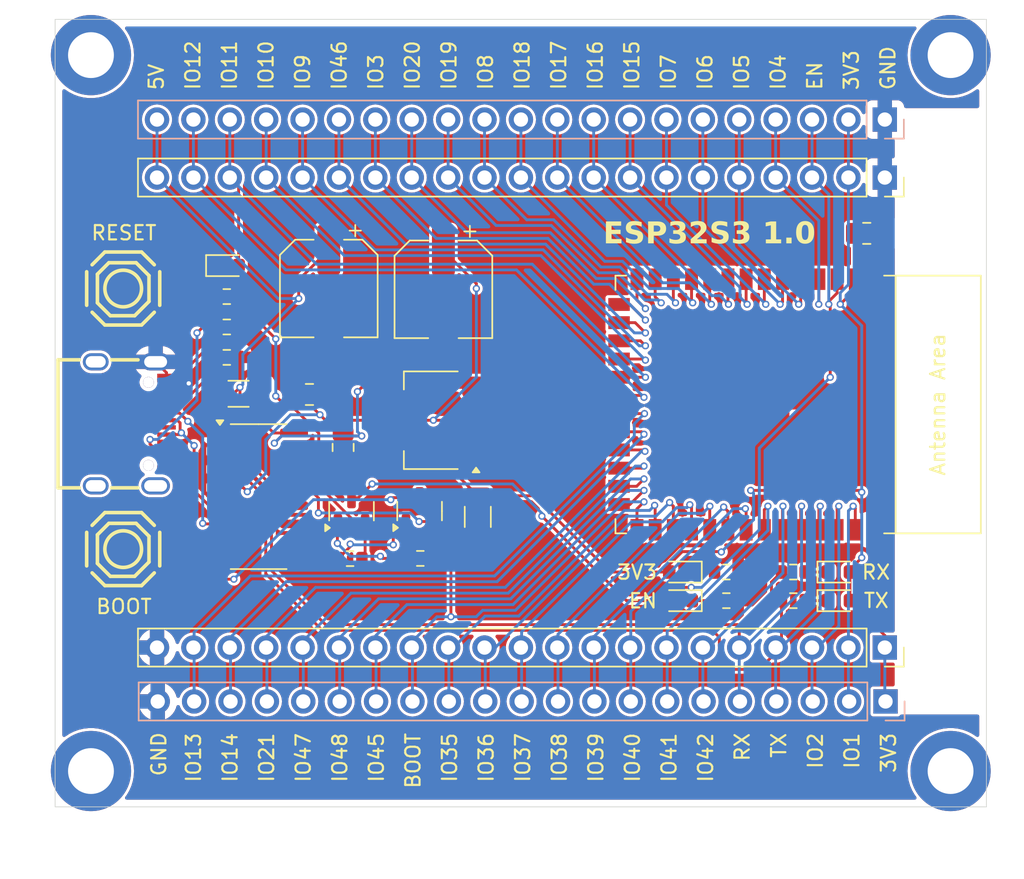
<source format=kicad_pcb>
(kicad_pcb (version 20240108) (generator "pcbnew") (generator_version "8.0")
  (layers (0 "F.Cu" signal) (31 "B.Cu" signal) (34 "B.Paste" user) (35 "F.Paste" user) (36 "B.SilkS" user "B.Silkscreen") (37 "F.SilkS" user "F.Silkscreen") (38 "B.Mask" user) (39 "F.Mask" user) (44 "Edge.Cuts" user))
  (net 0 "")
  (net 1 "3V3")
  (net 2 "GND")
  (net 5 "USB_D-")
  (net 6 "USB_D+")
  (net 7 "USB_5V")
  (net 8 "IO6")
  (net 9 "IO5")
  (net 10 "IO4")
  (net 11 "IO7")
  (net 12 "EN")
  (net 13 "IO16")
  (net 14 "IO15")
  (net 15 "IO46")
  (net 16 "IO13")
  (net 17 "IO17")
  (net 18 "IO12")
  (net 19 "IO3")
  (net 20 "IO19")
  (net 21 "IO9")
  (net 22 "IO18")
  (net 23 "IO10")
  (net 24 "IO11")
  (net 25 "IO20")
  (net 26 "IO14")
  (net 27 "IO8")
  (net 28 "IO45")
  (net 29 "IO21")
  (net 30 "IO48")
  (net 31 "IO47")
  (net 32 "IO38")
  (net 33 "IO37")
  (net 34 "IO39")
  (net 35 "IO42")
  (net 36 "BOOT")
  (net 37 "IO40")
  (net 38 "IO41")
  (net 39 "IO36")
  (net 40 "IO35")
  (net 41 "TXD")
  (net 42 "IO2")
  (net 43 "RXD")
  (net 44 "IO1")
  (net 56 "RTS")
  (net 57 "Net-(Q1-B)")
  (net 58 "Net-(Q2-B)")
  (net 59 "DTR")
  (net 60 "Net-(D1-K)")
  (net 61 "Net-(D2-K)")
  (net 62 "Net-(D3-K)")
  (net 63 "Net-(D4-K)")
  (net 64 "Net-(D5-K)")
  (net 65 "CC1")
  (net 66 "CC2")
  (footprint "Resistor_SMD:R_0603_1608Metric" (layer "F.Cu") (at 144.98 96.486 180)
    (property "Reference" "R9" (hide yes))
    (property "Value" "5.1k")
  )
  (footprint "Package_TO_SOT_SMD:SOT-223-3_TabPin2" (layer "F.Cu") (at 159.25 103 180)
    (property "Reference" "U3" (hide yes))
    (property "Value" "AMS1117-3.3")
  )
  (footprint "LED_SMD:LED_0603_1608Metric" (layer "F.Cu") (at 187.69 113.6)
    (property "Reference" "D1" (hide yes))
    (property "Value" "RED")
  )
  (footprint "Capacitor_SMD:C_1206_3216Metric" (layer "F.Cu") (at 162.5 109.75 -90)
    (property "Reference" "C4" (hide yes))
    (property "Value" "10u")
  )
  (footprint "PCM_Espressif:ESP32-S3-WROOM-1" (layer "F.Cu") (at 181.86 101.9 -90)
    (property "Reference" "U1" (hide yes))
    (property "Value" "ESP32-S3-WROOM-1")
  )
  (footprint "MountingHole:MountingHole_3.2mm_M3_DIN965_Pad_TopBottom" (layer "F.Cu") (at 195.5 127.5)
    (property "Reference" "H1" (hide yes))
    (property "Value" "MountingHole")
  )
  (footprint "easyeda2kicad:USB-C_SMD-TYPE-C-31-M-12" (layer "F.Cu") (at 138.3025 103.25 -90)
    (property "Reference" "USBC1" (hide yes))
    (property "Value" "TYPE-C-31-M-12")
  )
  (footprint "Capacitor_SMD:C_0805_2012Metric" (layer "F.Cu") (at 150.75 101.2)
    (property "Reference" "C1" (hide yes))
    (property "Value" "0.1u 50V")
  )
  (footprint "Resistor_SMD:R_0603_1608Metric" (layer "F.Cu") (at 153.585686 112.6625 180)
    (property "Reference" "R2" (hide yes))
    (property "Value" "10k")
  )
  (footprint "Resistor_SMD:R_0603_1608Metric" (layer "F.Cu") (at 144.98 94.363)
    (property "Reference" "R7" (hide yes))
    (property "Value" "200R")
  )
  (footprint "Capacitor_SMD:CP_Elec_6.3x7.7" (layer "F.Cu") (at 160.1 93.855842 -90)
    (property "Reference" "C7" (hide yes))
    (property "Value" "220u 25V")
  )
  (footprint "easyeda2kicad:SW-SMD_4P-L5.1-W5.1-P3.70-LS6.5-TL_H1.5" (layer "F.Cu") (at 137.75 93.8)
    (property "Reference" "SW1" (hide yes))
    (property "Value" "TS-1187A-B-A-B")
  )
  (footprint "Capacitor_SMD:C_0805_2012Metric" (layer "F.Cu") (at 153.1 104.9 -90)
    (property "Reference" "C5" (hide yes))
    (property "Value" "0.1u 50V")
  )
  (footprint "MountingHole:MountingHole_3.2mm_M3_DIN965_Pad_TopBottom" (layer "F.Cu") (at 135.5 127.5)
    (property "Reference" "H2" (hide yes))
    (property "Value" "MountingHole")
  )
  (footprint "Resistor_SMD:R_0603_1608Metric" (layer "F.Cu") (at 184.525 115.6)
    (property "Reference" "R4" (hide yes))
    (property "Value" "200R")
  )
  (footprint "Resistor_SMD:R_0603_1608Metric" (layer "F.Cu") (at 184.525 113.6)
    (property "Reference" "R3" (hide yes))
    (property "Value" "1k")
  )
  (footprint "LED_SMD:LED_0603_1608Metric" (layer "F.Cu") (at 176.65 115.6 180)
    (property "Reference" "D4" (hide yes))
    (property "Value" "RED")
  )
  (footprint "MountingHole:MountingHole_3.2mm_M3_DIN965_Pad_TopBottom" (layer "F.Cu") (at 135.5 77.5)
    (property "Reference" "H3" (hide yes))
    (property "Value" "MountingHole")
  )
  (footprint "Resistor_SMD:R_0603_1608Metric" (layer "F.Cu") (at 158.4875 112.65 180)
    (property "Reference" "R1" (hide yes))
    (property "Value" "10k")
  )
  (footprint "MountingHole:MountingHole_3.2mm_M3_DIN965_Pad_TopBottom" (layer "F.Cu") (at 195.5 77.5)
    (property "Reference" "H4" (hide yes))
    (property "Value" "MountingHole")
  )
  (footprint "Connector_PinSocket_2.54mm:PinSocket_1x21_P2.54mm_Vertical" (layer "F.Cu") (at 190.91 86.05 -90)
    (property "Reference" "J3" (hide yes))
    (property "Value" "Conn_01x21_Pin")
  )
  (footprint "LED_SMD:LED_0603_1608Metric" (layer "F.Cu") (at 176.65 113.6 180)
    (property "Reference" "D3" (hide yes))
    (property "Value" "BLUE")
  )
  (footprint "Capacitor_SMD:CP_Elec_6.3x7.7" (layer "F.Cu") (at 152.1 93.8 -90)
    (property "Reference" "C6" (hide yes))
    (property "Value" "220u 25V")
  )
  (footprint "Resistor_SMD:R_0603_1608Metric" (layer "F.Cu") (at 179.85 115.6 180)
    (property "Reference" "R6" (hide yes))
    (property "Value" "360R")
  )
  (footprint "easyeda2kicad:SW-SMD_4P-L5.1-W5.1-P3.70-LS6.5-TL_H1.5" (layer "F.Cu") (at 137.75 112)
    (property "Reference" "SW2" (hide yes))
    (property "Value" "TS-1187A-B-A-B")
  )
  (footprint "LED_SMD:LED_0603_1608Metric" (layer "F.Cu") (at 187.69 115.6)
    (property "Reference" "D2" (hide yes))
    (property "Value" "BLUE")
  )
  (footprint "Capacitor_SMD:C_0805_2012Metric" (layer "F.Cu") (at 189.65 89.948273)
    (property "Reference" "C2" (hide yes))
    (property "Value" "0.1u 50V")
  )
  (footprint "Package_TO_SOT_SMD:SOT-23" (layer "F.Cu") (at 158.4375 109.342959 90)
    (property "Reference" "Q2" (hide yes))
    (property "Value" "BC817")
  )
  (footprint "Resistor_SMD:R_0603_1608Metric" (layer "F.Cu") (at 144.98 98.609 180)
    (property "Reference" "R8" (hide yes))
    (property "Value" "5.1k")
  )
  (footprint "LED_SMD:LED_0603_1608Metric" (layer "F.Cu") (at 145.02 92.2)
    (property "Reference" "D5" (hide yes))
    (property "Value" "BLUE")
  )
  (footprint "Capacitor_SMD:C_1206_3216Metric" (layer "F.Cu") (at 145.8 101.152)
    (property "Reference" "C3" (hide yes))
    (property "Value" "10u")
  )
  (footprint "Package_SO:SOIC-16_3.9x9.9mm_P1.27mm" (layer "F.Cu") (at 147.2 108.335)
    (property "Reference" "U2" (hide yes))
    (property "Value" "CH340C")
  )
  (footprint "Resistor_SMD:R_0603_1608Metric" (layer "F.Cu") (at 179.85 113.6 180)
    (property "Reference" "R5" (hide yes))
    (property "Value" "200R")
  )
  (footprint "Package_TO_SOT_SMD:SOT-23" (layer "F.Cu") (at 153.685686 109.35 90)
    (property "Reference" "Q1" (hide yes))
    (property "Value" "BC817")
  )
  (footprint "Connector_PinSocket_2.54mm:PinSocket_1x21_P2.54mm_Vertical" (layer "F.Cu") (at 190.91 118.875 -90)
    (property "Reference" "J4" (hide yes))
    (property "Value" "Conn_01x21_Pin")
  )
  (footprint "Connector_PinHeader_2.54mm:PinHeader_1x21_P2.54mm_Vertical" (layer "B.Cu") (at 190.96 122.64 90)
    (property "Reference" "J2" (hide yes))
    (property "Value" "Conn_01x21_Pin")
  )
  (footprint "Connector_PinHeader_2.54mm:PinHeader_1x21_P2.54mm_Vertical" (layer "B.Cu") (at 190.91 82 90)
    (property "Reference" "J1" (hide yes))
    (property "Value" "Conn_01x21_Pin")
  )
  (gr_line (start 198 75) (end 198 130) (stroke (width 0.05)) (layer "Edge.Cuts"))
  (gr_line (start 133 75) (end 133 130) (stroke (width 0.05)) (layer "Edge.Cuts"))
  (gr_line (start 198 75) (end 133 75) (stroke (width 0.05)) (layer "Edge.Cuts"))
  (gr_line (start 133 130) (end 198 130) (stroke (width 0.05)) (layer "Edge.Cuts"))
  (gr_text "IO48" (at 153.458472 124.75 90) (layer "F.SilkS") (effects (font (size 1 1)) (justify right bottom)))
  (gr_text "IO3" (at 155.96884 80.025 90) (layer "F.SilkS") (effects (font (size 1 1)) (justify left bottom)))
  (gr_text "3V3" (at 175.1 114.2 0) (layer "F.SilkS") (effects (font (size 1 1)) (justify right bottom)))
  (gr_text "IO19" (at 161.075576 80.025 90) (layer "F.SilkS") (effects (font (size 1 1)) (justify left bottom)))
  (gr_text "IO9" (at 150.862104 80.025 90) (layer "F.SilkS") (effects (font (size 1 1)) (justify left bottom)))
  (gr_text "IO37" (at 166.225312 124.75 90) (layer "F.SilkS") (effects (font (size 1 1)) (justify right bottom)))
  (gr_text "IO21" (at 148.351736 124.75 90) (layer "F.SilkS") (effects (font (size 1 1)) (justify right bottom)))
  (gr_text "RESET" (at 137.8 90.5 0) (layer "F.SilkS") (effects (font (size 1 1)) (justify bottom)))
  (gr_text "IO46" (at 153.415472 80.025 90) (layer "F.SilkS") (effects (font (size 1 1)) (justify left bottom)))
  (gr_text "3V3" (at 191.759 124.75 90) (layer "F.SilkS") (effects (font (size 1 1)) (justify right bottom)))
  (gr_text "EN" (at 175.1 116.2 0) (layer "F.SilkS") (effects (font (size 1 1)) (justify right bottom)))
  (gr_text "IO20" (at 158.522208 80.025 90) (layer "F.SilkS") (effects (font (size 1 1)) (justify left bottom)))
  (gr_text "IO5" (at 181.50252 80.025 90) (layer "F.SilkS") (effects (font (size 1 1)) (justify left bottom)))
  (gr_text "BOOT" (at 137.8 116.6 0) (layer "F.SilkS") (effects (font (size 1 1)) (justify bottom)))
  (gr_text "TX" (at 184.098888 124.75 90) (layer "F.SilkS") (effects (font (size 1 1)) (justify right bottom)))
  (gr_text "IO2" (at 186.652256 124.75 90) (layer "F.SilkS") (effects (font (size 1 1)) (justify right bottom)))
  (gr_text "IO41" (at 176.438784 124.75 90) (layer "F.SilkS") (effects (font (size 1 1)) (justify right bottom)))
  (gr_text "IO4" (at 184.055888 80.025 90) (layer "F.SilkS") (effects (font (size 1 1)) (justify left bottom)))
  (gr_text "RX" (at 191.37 114.2 0) (layer "F.SilkS") (effects (font (size 1 1)) (justify right bottom)))
  (gr_text "IO16" (at 171.289048 80.025 90) (layer "F.SilkS") (effects (font (size 1 1)) (justify left bottom)))
  (gr_text "EN" (at 186.609256 80.025 90) (layer "F.SilkS") (effects (font (size 1 1)) (justify left bottom)))
  (gr_text "ESP32S3 1.0" (at 171.25 90.9 0) (layer "F.SilkS") (effects (font (size 1.5 1.5) (thickness 0.375) (bold yes)) (justify left bottom)))
  (gr_text "IO11" (at 145.755368 80.025 90) (layer "F.SilkS") (effects (font (size 1 1)) (justify left bottom)))
  (gr_text "GND" (at 140.825 124.7 90) (layer "F.SilkS") (effects (font (size 1 1)) (justify right bottom)))
  (gr_text "IO39" (at 171.332048 124.75 90) (layer "F.SilkS") (effects (font (size 1 1)) (justify right bottom)))
  (gr_text "IO12" (at 143.202 80.025 90) (layer "F.SilkS") (effects (font (size 1 1)) (justify left bottom)))
  (gr_text "GND" (at 191.716 80.025 90) (layer "F.SilkS") (effects (font (size 1 1)) (justify left bottom)))
  (gr_text "IO40" (at 173.885416 124.75 90) (layer "F.SilkS") (effects (font (size 1 1)) (justify right bottom)))
  (gr_text "IO13" (at 143.245 124.75 90) (layer "F.SilkS") (effects (font (size 1 1)) (justify right bottom)))
  (gr_text "IO45" (at 156.01184 124.75 90) (layer "F.SilkS") (effects (font (size 1 1)) (justify right bottom)))
  (gr_text "IO14" (at 145.798368 124.75 90) (layer "F.SilkS") (effects (font (size 1 1)) (justify right bottom)))
  (gr_text "IO36" (at 163.671944 124.75 90) (layer "F.SilkS") (effects (font (size 1 1)) (justify right bottom)))
  (gr_text "BOOT" (at 158.565208 124.75 90) (layer "F.SilkS") (effects (font (size 1 1)) (justify right bottom)))
  (gr_text "IO35" (at 161.118576 124.75 90) (layer "F.SilkS") (effects (font (size 1 1)) (justify right bottom)))
  (gr_text "RX" (at 181.54552 124.75 90) (layer "F.SilkS") (effects (font (size 1 1)) (justify right bottom)))
  (gr_text "IO8" (at 163.628944 80.025 90) (layer "F.SilkS") (effects (font (size 1 1)) (justify left bottom)))
  (gr_text "IO47" (at 150.905104 124.75 90) (layer "F.SilkS") (effects (font (size 1 1)) (justify right bottom)))
  (gr_text "IO18" (at 166.182312 80.025 90) (layer "F.SilkS") (effects (font (size 1 1)) (justify left bottom)))
  (gr_text "IO17" (at 168.73568 80.025 90) (layer "F.SilkS") (effects (font (size 1 1)) (justify left bottom)))
  (gr_text "IO7" (at 176.395784 80.025 90) (layer "F.SilkS") (effects (font (size 1 1)) (justify left bottom)))
  (gr_text "5V" (at 140.65 80.025 90) (layer "F.SilkS") (effects (font (size 1 1)) (justify left bottom)))
  (gr_text "3V3" (at 189.162624 80.025 90) (layer "F.SilkS") (effects (font (size 1 1)) (justify left bottom)))
  (gr_text "IO38" (at 168.77868 124.75 90) (layer "F.SilkS") (effects (font (size 1 1)) (justify right bottom)))
  (gr_text "IO6" (at 178.949152 80.025 90) (layer "F.SilkS") (effects (font (size 1 1)) (justify left bottom)))
  (gr_text "IO42" (at 178.992152 124.75 90) (layer "F.SilkS") (effects (font (size 1 1)) (justify right bottom)))
  (gr_text "TX" (at 191.27 116.18 0) (layer "F.SilkS") (effects (font (size 1 1)) (justify right bottom)))
  (gr_text "IO1" (at 189.205624 124.75 90) (layer "F.SilkS") (effects (font (size 1 1)) (justify right bottom)))
  (gr_text "IO10" (at 148.308736 80.025 90) (layer "F.SilkS") (effects (font (size 1 1)) (justify left bottom)))
  (gr_text "IO15" (at 173.842416 80.025 90) (layer "F.SilkS") (effects (font (size 1 1)) (justify left bottom)))
  (segment (start 151.482843 102.617157) (end 151.865685 103) (width 0.2) (layer "F.Cu") (net 1))
  (segment (start 161.1 104.3) (end 161.1 106.875) (width 0.2) (layer "F.Cu") (net 1))
  (segment (start 188.4775 115.6) (end 188.4775 113.6) (width 0.2) (layer "F.Cu") (net 1))
  (segment (start 188.4775 113.4225) (end 189.3 112.6) (width 0.2) (layer "F.Cu") (net 1))
  (segment (start 188.85 90.098273) (end 188.7 89.948273) (width 0.2) (layer "F.Cu") (net 1))
  (segment (start 188.85 93.85) (end 187.8 94.9) (width 0.2) (layer "F.Cu") (net 1))
  (segment (start 171.725 113.6) (end 175.8625 113.6) (width 0.2) (layer "F.Cu") (net 1))
  (segment (start 162.4 103) (end 156.1 103) (width 0.2) (layer "F.Cu") (net 1))
  (segment (start 161.1 106.875) (end 162.5 108.275) (width 0.2) (layer "F.Cu") (net 1))
  (segment (start 160.1 91.155842) (end 162.4 93.455842) (width 0.2) (layer "F.Cu") (net 1))
  (segment (start 179.475 112.175) (end 179.5 112.2) (width 0.2) (layer "F.Cu") (net 1))
  (segment (start 189.175 107.9) (end 181.55 107.9) (width 0.2) (layer "F.Cu") (net 1))
  (segment (start 166.4 108.275) (end 171.725 113.6) (width 0.2) (layer "F.Cu") (net 1))
  (segment (start 162.4 103) (end 161.1 104.3) (width 0.2) (layer "F.Cu") (net 1))
  (segment (start 176.775 112.175) (end 179.475 112.175) (width 0.2) (layer "F.Cu") (net 1))
  (segment (start 190.91 118.0325) (end 188.4775 115.6) (width 0.2) (layer "F.Cu") (net 1))
  (segment (start 149.8 101.2) (end 150.065685 101.2) (width 0.2) (layer "F.Cu") (net 1))
  (segment (start 188.4775 113.6) (end 188.4775 113.4225) (width 0.2) (layer "F.Cu") (net 1))
  (segment (start 151.865685 103) (end 156.1 103) (width 0.2) (layer "F.Cu") (net 1))
  (segment (start 150.065685 101.2) (end 151.482843 102.617157) (width 0.2) (layer "F.Cu") (net 1))
  (segment (start 190.91 119.25) (end 190.91 118.0325) (width 0.2) (layer "F.Cu") (net 1))
  (segment (start 144.725 107.7) (end 146.12147 107.7) (width 0.2) (layer "F.Cu") (net 1))
  (segment (start 175.8625 113.0875) (end 176.775 112.175) (width 0.2) (layer "F.Cu") (net 1))
  (segment (start 162.4 93.455842) (end 162.4 93.8) (width 0.2) (layer "F.Cu") (net 1))
  (segment (start 162.5 108.275) (end 166.4 108.275) (width 0.2) (layer "F.Cu") (net 1))
  (segment (start 146.12147 107.7) (end 146.412613 107.991143) (width 0.2) (layer "F.Cu") (net 1))
  (segment (start 188.85 93.15) (end 188.85 90.098273) (width 0.2) (layer "F.Cu") (net 1))
  (segment (start 175.8625 113.6) (end 175.8625 113.0875) (width 0.2) (layer "F.Cu") (net 1))
  (segment (start 188.85 93.15) (end 188.85 93.85) (width 0.2) (layer "F.Cu") (net 1))
  (segment (start 189.3 108.025) (end 189.175 107.9) (width 0.2) (layer "F.Cu") (net 1))
  (via (at 187.8 94.9) (size 0.5) (drill 0.3) (layers "F.Cu" "B.Cu") (net 1))
  (via (at 162.4 93.8) (size 0.5) (drill 0.3) (layers "F.Cu" "B.Cu") (net 1))
  (via (at 181.55 107.9) (size 0.5) (drill 0.3) (layers "F.Cu" "B.Cu") (net 1))
  (via (at 146.412613 107.991143) (size 0.5) (drill 0.3) (layers "F.Cu" "B.Cu") (net 1))
  (via (at 159.4 103) (size 0.5) (drill 0.3) (layers "F.Cu" "B.Cu") (net 1))
  (via (at 179.5 112.2) (size 0.5) (drill 0.3) (layers "F.Cu" "B.Cu") (net 1))
  (via (at 151.482843 102.617157) (size 0.5) (drill 0.3) (layers "F.Cu" "B.Cu") (net 1))
  (via (at 189.3 112.6) (size 0.5) (drill 0.3) (layers "F.Cu" "B.Cu") (net 1))
  (via (at 189.3 108.025) (size 0.5) (drill 0.3) (layers "F.Cu" "B.Cu") (net 1))
  (segment (start 181.75 108.1) (end 181.55 107.9) (width 0.2) (layer "B.Cu") (net 1))
  (segment (start 181.75 109.95) (end 181.75 108.1) (width 0.2) (layer "B.Cu") (net 1))
  (segment (start 147.7 104.351471) (end 147.7 106.703756) (width 0.2) (layer "B.Cu") (net 1))
  (segment (start 187.8 94.9) (end 187.8 94.1) (width 0.2) (layer "B.Cu") (net 1))
  (segment (start 189.3 96.4) (end 187.8 94.9) (width 0.2) (layer "B.Cu") (net 1))
  (segment (start 179.5 112.2) (end 181.75 109.95) (width 0.2) (layer "B.Cu") (net 1))
  (segment (start 190.91 119.25) (end 190.91 123.2) (width 0.2) (layer "B.Cu") (net 1))
  (segment (start 151.482843 102.617157) (end 149.434314 102.617157) (width 0.2) (layer "B.Cu") (net 1))
  (segment (start 149.434314 102.617157) (end 147.7 104.351471) (width 0.2) (layer "B.Cu") (net 1))
  (segment (start 188.37 86.05) (end 188.37 82.05) (width 0.2) (layer "B.Cu") (net 1))
  (segment (start 187.8 94.1) (end 188.37 93.53) (width 0.2) (layer "B.Cu") (net 1))
  (segment (start 147.7 106.703756) (end 146.412613 107.991143) (width 0.2) (layer "B.Cu") (net 1))
  (segment (start 189.3 112.6) (end 189.3 96.4) (width 0.2) (layer "B.Cu") (net 1))
  (segment (start 190.91 123.2) (end 190.96 123.25) (width 0.2) (layer "B.Cu") (net 1))
  (segment (start 162.4 100) (end 159.4 103) (width 0.2) (layer "B.Cu") (net 1))
  (segment (start 162.4 93.8) (end 162.4 100) (width 0.2) (layer "B.Cu") (net 1))
  (segment (start 188.37 93.53) (end 188.37 86.05) (width 0.2) (layer "B.Cu") (net 1))
  (segment (start 140.7725 99.9) (end 140.7725 99.68) (width 0.2) (layer "F.Cu") (net 2))
  (segment (start 140.7725 99.68) (end 140.0125 98.92) (width 0.2) (layer "F.Cu") (net 2))
  (via (at 142.325 100.425) (size 0.5) (drill 0.3) (layers "F.Cu" "B.Cu") (net 2))
  (segment (start 139.8725 103.5) (end 139.8225 103.45) (width 0.2) (layer "F.Cu") (net 5))
  (segment (start 141.686768 102.5) (end 140.7725 102.5) (width 0.2) (layer "F.Cu") (net 5))
  (segment (start 139.8225 102.5775) (end 139.9 102.5) (width 0.2) (layer "F.Cu") (net 5))
  (segment (start 139.8225 103.45) (end 139.8225 102.5775) (width 0.2) (layer "F.Cu") (net 5))
  (segment (start 142.260449 103.073681) (end 141.686768 102.5) (width 0.2) (layer "F.Cu") (net 5))
  (segment (start 140.7725 103.5) (end 139.8725 103.5) (width 0.2) (layer "F.Cu") (net 5))
  (segment (start 144.725 110.24) (end 143.34 110.24) (width 0.2) (layer "F.Cu") (net 5))
  (segment (start 139.9 102.5) (end 140.7725 102.5) (width 0.2) (layer "F.Cu") (net 5))
  (segment (start 143.34 110.24) (end 143.3 110.2) (width 0.2) (layer "F.Cu") (net 5))
  (via (at 142.260449 103.073681) (size 0.5) (drill 0.3) (layers "F.Cu" "B.Cu") (net 5))
  (via (at 143.3 110.2) (size 0.5) (drill 0.3) (layers "F.Cu" "B.Cu") (net 5))
  (segment (start 143.3 104.113232) (end 143.3 110.2) (width 0.2) (layer "B.Cu") (net 5))
  (segment (start 142.260449 103.073681) (end 143.3 104.113232) (width 0.2) (layer "B.Cu") (net 5))
  (segment (start 141.534314 103) (end 141.7225 103.188186) (width 0.2) (layer "F.Cu") (net 6))
  (segment (start 144.725 108.97) (end 143.750001 108.97) (width 0.2) (layer "F.Cu") (net 6))
  (segment (start 141.7225 103.791856) (end 141.80979 103.879146) (width 0.2) (layer "F.Cu") (net 6))
  (segment (start 143.750001 108.97) (end 142.7 107.919999) (width 0.2) (layer "F.Cu") (net 6))
  (segment (start 141.80979 103.879146) (end 141.688936 104) (width 0.2) (layer "F.Cu") (net 6))
  (segment (start 141.7225 103.188186) (end 141.7225 103.791856) (width 0.2) (layer "F.Cu") (net 6))
  (segment (start 141.688936 104) (end 140.7725 104) (width 0.2) (layer "F.Cu") (net 6))
  (segment (start 140.7725 103) (end 141.534314 103) (width 0.2) (layer "F.Cu") (net 6))
  (segment (start 142.7 107.919999) (end 142.7 104.769356) (width 0.2) (layer "F.Cu") (net 6))
  (via (at 142.7 104.769356) (size 0.5) (drill 0.3) (layers "F.Cu" "B.Cu") (net 6))
  (via (at 141.80979 103.879146) (size 0.5) (drill 0.3) (layers "F.Cu" "B.Cu") (net 6))
  (segment (start 141.80979 103.879146) (end 142.7 104.769356) (width 0.2) (layer "B.Cu") (net 6))
  (segment (start 154.4 100.7) (end 154.1 101) (width 0.2) (layer "F.Cu") (net 7))
  (segment (start 141.25 101) (end 140.7725 101) (width 0.2) (layer "F.Cu") (net 7))
  (segment (start 162.4 100.7) (end 154.4 100.7) (width 0.2) (layer "F.Cu") (net 7))
  (segment (start 148.253256 103.89) (end 145.9 101.536744) (width 0.2) (layer "F.Cu") (net 7))
  (segment (start 149.01 103.89) (end 149.675 103.89) (width 0.2) (layer "F.Cu") (net 7))
  (segment (start 139.021481 101.851019) (end 139.8725 101) (width 0.2) (layer "F.Cu") (net 7))
  (segment (start 143.75 97.825) (end 141.7225 99.8525) (width 0.2) (layer "F.Cu") (net 7))
  (segment (start 141.7225 100.5275) (end 141.25 101) (width 0.2) (layer "F.Cu") (net 7))
  (segment (start 153.25 104.1) (end 153.1 103.95) (width 0.2) (layer "F.Cu") (net 7))
  (segment (start 144.558648 97.825) (end 143.75 97.825) (width 0.2) (layer "F.Cu") (net 7))
  (segment (start 144.975 100.502) (end 144.975 98.241352) (width 0.2) (layer "F.Cu") (net 7))
  (segment (start 149.675 103.89) (end 148.253256 103.89) (width 0.2) (layer "F.Cu") (net 7))
  (segment (start 148.3 104.6) (end 149.01 103.89) (width 0.2) (layer "F.Cu") (net 7))
  (segment (start 145.9 101.536744) (end 145.9 100.7) (width 0.2) (layer "F.Cu") (net 7))
  (segment (start 144.975 98.241352) (end 144.558648 97.825) (width 0.2) (layer "F.Cu") (net 7))
  (segment (start 140.7725 105.5) (end 139.887805 105.5) (width 0.2) (layer "F.Cu") (net 7))
  (segment (start 141.7225 99.8525) (end 141.7225 100.5275) (width 0.2) (layer "F.Cu") (net 7))
  (segment (start 139.8725 101) (end 140.7725 101) (width 0.2) (layer "F.Cu") (net 7))
  (segment (start 150 94.5) (end 150 93.2) (width 0.2) (layer "F.Cu") (net 7))
  (segment (start 139.887805 105.5) (end 139.021481 104.633676) (width 0.2) (layer "F.Cu") (net 7))
  (segment (start 139.021481 104.633676) (end 139.021481 101.851019) (width 0.2) (layer "F.Cu") (net 7))
  (segment (start 154.4 104.1) (end 153.25 104.1) (width 0.2) (layer "F.Cu") (net 7))
  (segment (start 144.325 101.152) (end 145.448 101.152) (width 0.2) (layer "F.Cu") (net 7))
  (segment (start 145.448 101.152) (end 145.9 100.7) (width 0.2) (layer "F.Cu") (net 7))
  (segment (start 144.325 101.152) (end 144.975 100.502) (width 0.2) (layer "F.Cu") (net 7))
  (segment (start 150 93.2) (end 152.1 91.1) (width 0.2) (layer "F.Cu") (net 7))
  (via (at 148.3 104.6) (size 0.5) (drill 0.3) (layers "F.Cu" "B.Cu") (net 7))
  (via (at 154.4 104.1) (size 0.5) (drill 0.3) (layers "F.Cu" "B.Cu") (net 7))
  (via (at 145.9 100.7) (size 0.5) (drill 0.3) (layers "F.Cu" "B.Cu") (net 7))
  (via (at 154.1 101) (size 0.5) (drill 0.3) (layers "F.Cu" "B.Cu") (net 7))
  (via (at 150 94.5) (size 0.5) (drill 0.3) (layers "F.Cu" "B.Cu") (net 7))
  (segment (start 154.1 103.8) (end 154.4 104.1) (width 0.2) (layer "B.Cu") (net 7))
  (segment (start 140.11 86.05) (end 140.11 82.05) (width 0.2) (layer "B.Cu") (net 7))
  (segment (start 148.56 94.5) (end 150 94.5) (width 0.2) (layer "B.Cu") (net 7))
  (segment (start 154.4 104.1) (end 148.8 104.1) (width 0.2) (layer "B.Cu") (net 7))
  (segment (start 146.1 98.4) (end 150 94.5) (width 0.2) (layer "B.Cu") (net 7))
  (segment (start 154.1 101) (end 154.1 103.8) (width 0.2) (layer "B.Cu") (net 7))
  (segment (start 140.11 86.05) (end 148.56 94.5) (width 0.2) (layer "B.Cu") (net 7))
  (segment (start 148.8 104.1) (end 148.3 104.6) (width 0.2) (layer "B.Cu") (net 7))
  (segment (start 145.9 100.7) (end 146.1 100.5) (width 0.2) (layer "B.Cu") (net 7))
  (segment (start 146.1 100.5) (end 146.1 98.4) (width 0.2) (layer "B.Cu") (net 7))
  (segment (start 183.77 93.15) (end 183.77 94.73) (width 0.2) (layer "F.Cu") (net 8))
  (segment (start 183.77 94.73) (end 183.6 94.9) (width 0.2) (layer "F.Cu") (net 8))
  (via (at 183.6 94.9) (size 0.5) (drill 0.3) (layers "F.Cu" "B.Cu") (net 8))
  (segment (start 178.21 89.51) (end 178.21 86.05) (width 0.2) (layer "B.Cu") (net 8))
  (segment (start 178.21 86.05) (end 178.21 82.05) (width 0.2) (layer "B.Cu") (net 8))
  (segment (start 183.6 94.9) (end 178.21 89.51) (width 0.2) (layer "B.Cu") (net 8))
  (segment (start 185.04 94.76) (end 184.9 94.9) (width 0.2) (layer "F.Cu") (net 9))
  (segment (start 185.04 93.15) (end 185.04 94.76) (width 0.2) (layer "F.Cu") (net 9))
  (via (at 184.9 94.9) (size 0.5) (drill 0.3) (layers "F.Cu" "B.Cu") (net 9))
  (segment (start 180.75 90.75) (end 180.75 86.05) (width 0.2) (layer "B.Cu") (net 9))
  (segment (start 184.9 94.9) (end 180.75 90.75) (width 0.2) (layer "B.Cu") (net 9))
  (segment (start 180.75 86.05) (end 180.75 82.05) (width 0.2) (layer "B.Cu") (net 9))
  (segment (start 186.31 93.15) (end 186.31 94.69) (width 0.2) (layer "F.Cu") (net 10))
  (segment (start 186.31 94.69) (end 186.3 94.7) (width 0.2) (layer "F.Cu") (net 10))
  (via (at 186.3 94.9) (size 0.5) (drill 0.3) (layers "F.Cu" "B.Cu") (net 10))
  (segment (start 183.29 86.05) (end 183.29 82.05) (width 0.2) (layer "B.Cu") (net 10))
  (segment (start 186.3 94.7) (end 186.3 89.06) (width 0.2) (layer "B.Cu") (net 10))
  (segment (start 186.3 89.06) (end 183.29 86.05) (width 0.2) (layer "B.Cu") (net 10))
  (segment (start 182.5 94.8) (end 182.6 94.9) (width 0.2) (layer "F.Cu") (net 11))
  (segment (start 182.5 93.15) (end 182.5 94.8) (width 0.2) (layer "F.Cu") (net 11))
  (via (at 182.6 94.9) (size 0.5) (drill 0.3) (layers "F.Cu" "B.Cu") (net 11))
  (segment (start 175.67 86.05) (end 175.67 82.05) (width 0.2) (layer "B.Cu") (net 11))
  (segment (start 182.6 94.9) (end 175.67 87.97) (width 0.2) (layer "B.Cu") (net 11))
  (segment (start 175.67 87.97) (end 175.67 86.05) (width 0.2) (layer "B.Cu") (net 11))
  (segment (start 146.217648 95.138) (end 143.338 95.138) (width 0.2) (layer "F.Cu") (net 12))
  (segment (start 153.685686 108.4125) (end 154.1625 108.4125) (width 0.2) (layer "F.Cu") (net 12))
  (segment (start 148.4 97.320352) (end 146.217648 95.138) (width 0.2) (layer "F.Cu") (net 12))
  (segment (start 149.725 102.225) (end 149.315256 102.225) (width 0.2) (layer "F.Cu") (net 12))
  (segment (start 175.8625 115.6) (end 176.787499 114.675001) (width 0.2) (layer "F.Cu") (net 12))
  (segment (start 187.1 95) (end 187 94.9) (width 0.2) (layer "F.Cu") (net 12))
  (segment (start 172.87647 115.6) (end 166.975735 109.699265) (width 0.2) (layer "F.Cu") (net 12))
  (segment (start 176.787499 114.675001) (end 177.4 114.675001) (width 0.2) (layer "F.Cu") (net 12))
  (segment (start 187.58 94.12) (end 187 94.7) (width 0.2) (layer "F.Cu") (net 12))
  (segment (start 187.1 100) (end 187.1 95) (width 0.2) (layer "F.Cu") (net 12))
  (segment (start 149.315256 102.225) (end 148.4 101.309744) (width 0.2) (layer "F.Cu") (net 12))
  (segment (start 175.8625 115.6) (end 172.87647 115.6) (width 0.2) (layer "F.Cu") (net 12))
  (segment (start 187.58 93.15) (end 187.58 94.12) (width 0.2) (layer "F.Cu") (net 12))
  (segment (start 140.75 92.55) (end 140.75 91.95) (width 0.2) (layer "F.Cu") (net 12))
  (segment (start 151.4 103.9) (end 149.725 102.225) (width 0.2) (layer "F.Cu") (net 12))
  (segment (start 151.4 106.126814) (end 151.4 103.9) (width 0.2) (layer "F.Cu") (net 12))
  (segment (start 143.338 95.138) (end 140.75 92.55) (width 0.2) (layer "F.Cu") (net 12))
  (segment (start 154.1625 108.4125) (end 155.125 107.45) (width 0.2) (layer "F.Cu") (net 12))
  (segment (start 153.685686 108.4125) (end 151.4 106.126814) (width 0.2) (layer "F.Cu") (net 12))
  (via (at 187 94.9) (size 0.5) (drill 0.3) (layers "F.Cu" "B.Cu") (net 12))
  (via (at 187.1 100) (size 0.5) (drill 0.3) (layers "F.Cu" "B.Cu") (net 12))
  (via (at 166.975735 109.699265) (size 0.5) (drill 0.3) (layers "F.Cu" "B.Cu") (net 12))
  (via (at 148.4 101.309744) (size 0.5) (drill 0.3) (layers "F.Cu" "B.Cu") (net 12))
  (via (at 155.125 107.45) (size 0.5) (drill 0.3) (layers "F.Cu" "B.Cu") (net 12))
  (via (at 177.4 114.675001) (size 0.5) (drill 0.3) (layers "F.Cu" "B.Cu") (net 12))
  (via (at 148.4 97.320352) (size 0.5) (drill 0.3) (layers "F.Cu" "B.Cu") (net 12))
  (segment (start 185.83 86.05) (end 185.83 82.05) (width 0.2) (layer "B.Cu") (net 12))
  (segment (start 166.975735 109.500735) (end 166.975735 109.699265) (width 0.2) (layer "B.Cu") (net 12))
  (segment (start 155.125 107.45) (end 164.925 107.45) (width 0.2) (layer "B.Cu") (net 12))
  (segment (start 187 94.7) (end 187 87.22) (width 0.2) (layer "B.Cu") (net 12))
  (segment (start 178.124999 114.675001) (end 182.15 110.65) (width 0.2) (layer "B.Cu") (net 12))
  (segment (start 182.15 104.95) (end 187.1 100) (width 0.2) (layer "B.Cu") (net 12))
  (segment (start 182.15 110.65) (end 182.15 104.95) (width 0.2) (layer "B.Cu") (net 12))
  (segment (start 148.4 97.320352) (end 148.4 101.309744) (width 0.2) (layer "B.Cu") (net 12))
  (segment (start 177.4 114.675001) (end 178.124999 114.675001) (width 0.2) (layer "B.Cu") (net 12))
  (segment (start 164.925 107.45) (end 166.975735 109.500735) (width 0.2) (layer "B.Cu") (net 12))
  (segment (start 187 87.22) (end 185.83 86.05) (width 0.2) (layer "B.Cu") (net 12))
  (segment (start 179.96 94.86) (end 180 94.9) (width 0.2) (layer "F.Cu") (net 13))
  (segment (start 179.96 93.15) (end 179.96 94.86) (width 0.2) (layer "F.Cu") (net 13))
  (via (at 180 94.9) (size 0.5) (drill 0.3) (layers "F.Cu" "B.Cu") (net 13))
  (segment (start 170.59 86.05) (end 170.59 82.05) (width 0.2) (layer "B.Cu") (net 13))
  (segment (start 178.84 94.3) (end 170.59 86.05) (width 0.2) (layer "B.Cu") (net 13))
  (segment (start 179.4 94.3) (end 178.84 94.3) (width 0.2) (layer "B.Cu") (net 13))
  (segment (start 180 94.9) (end 179.4 94.3) (width 0.2) (layer "B.Cu") (net 13))
  (segment (start 181.23 93.15) (end 181.23 94.83) (width 0.2) (layer "F.Cu") (net 14))
  (segment (start 181.23 94.83) (end 181.3 94.9) (width 0.2) (layer "F.Cu") (net 14))
  (via (at 181.3 94.9) (size 0.5) (drill 0.3) (layers "F.Cu" "B.Cu") (net 14))
  (segment (start 180.8 94.4) (end 180.8 93.72) (width 0.2) (layer "B.Cu") (net 14))
  (segment (start 181.3 94.9) (end 180.8 94.4) (width 0.2) (layer "B.Cu") (net 14))
  (segment (start 180.8 93.72) (end 173.13 86.05) (width 0.2) (layer "B.Cu") (net 14))
  (segment (start 173.13 86.05) (end 173.13 82.05) (width 0.2) (layer "B.Cu") (net 14))
  (segment (start 172.36 96.185) (end 173.485 96.185) (width 0.2) (layer "F.Cu") (net 15))
  (segment (start 173.485 96.185) (end 174.2 96.9) (width 0.2) (layer "F.Cu") (net 15))
  (via (at 174.2 96.9) (size 0.5) (drill 0.3) (layers "F.Cu" "B.Cu") (net 15))
  (segment (start 157.46 90.7) (end 152.81 86.05) (width 0.2) (layer "B.Cu") (net 15))
  (segment (start 173.431372 96.9) (end 167.231372 90.7) (width 0.2) (layer "B.Cu") (net 15))
  (segment (start 167.231372 90.7) (end 157.46 90.7) (width 0.2) (layer "B.Cu") (net 15))
  (segment (start 174.2 96.9) (end 173.431372 96.9) (width 0.2) (layer "B.Cu") (net 15))
  (segment (start 152.81 86.05) (end 152.81 82.05) (width 0.2) (layer "B.Cu") (net 15))
  (segment (start 172.36 102.535) (end 174.135004 102.535) (width 0.2) (layer "F.Cu") (net 16))
  (via (at 174.135004 102.535) (size 0.5) (drill 0.3) (layers "F.Cu" "B.Cu") (net 16))
  (segment (start 163.672504 113.875) (end 173.425 104.122504) (width 0.2) (layer "B.Cu") (net 16))
  (segment (start 173.425 104.122504) (end 173.425 103.245004) (width 0.2) (layer "B.Cu") (net 16))
  (segment (start 146.625 113.875) (end 163.672504 113.875) (width 0.2) (layer "B.Cu") (net 16))
  (segment (start 142.7 123.25) (end 142.7 117.8) (width 0.2) (layer "B.Cu") (net 16))
  (segment (start 173.425 103.245004) (end 174.135004 102.535) (width 0.2) (layer "B.Cu") (net 16))
  (segment (start 142.7 117.8) (end 146.625 113.875) (width 0.2) (layer "B.Cu") (net 16))
  (segment (start 178.69 94.79) (end 178.8 94.9) (width 0.2) (layer "F.Cu") (net 17))
  (segment (start 178.69 93.15) (end 178.69 94.79) (width 0.2) (layer "F.Cu") (net 17))
  (via (at 178.8 94.9) (size 0.5) (drill 0.3) (layers "F.Cu" "B.Cu") (net 17))
  (segment (start 168.05 86.05) (end 168.05 82.05) (width 0.2) (layer "B.Cu") (net 17))
  (segment (start 178.8 94.9) (end 177.3 93.4) (width 0.2) (layer "B.Cu") (net 17))
  (segment (start 175.4 93.4) (end 168.05 86.05) (width 0.2) (layer "B.Cu") (net 17))
  (segment (start 177.3 93.4) (end 175.4 93.4) (width 0.2) (layer "B.Cu") (net 17))
  (segment (start 172.36 101.265) (end 173.964991 101.265) (width 0.2) (layer "F.Cu") (net 18))
  (segment (start 173.964991 101.265) (end 174.099994 101.400003) (width 0.2) (layer "F.Cu") (net 18))
  (via (at 174.099994 101.400003) (size 0.5) (drill 0.3) (layers "F.Cu" "B.Cu") (net 18))
  (segment (start 165.199991 92.5) (end 174.099994 101.400003) (width 0.2) (layer "B.Cu") (net 18))
  (segment (start 149.1 92.5) (end 165.199991 92.5) (width 0.2) (layer "B.Cu") (net 18))
  (segment (start 142.65 86.05) (end 142.65 82.05) (width 0.2) (layer "B.Cu") (net 18))
  (segment (start 142.65 86.05) (end 149.1 92.5) (width 0.2) (layer "B.Cu") (net 18))
  (segment (start 173.115 94.915) (end 174.2 96) (width 0.2) (layer "F.Cu") (net 19))
  (segment (start 172.36 94.915) (end 173.115 94.915) (width 0.2) (layer "F.Cu") (net 19))
  (via (at 174.2 96) (size 0.5) (drill 0.3) (layers "F.Cu" "B.Cu") (net 19))
  (segment (start 167.397058 90.3) (end 159.6 90.3) (width 0.2) (layer "B.Cu") (net 19))
  (segment (start 159.6 90.3) (end 155.35 86.05) (width 0.2) (layer "B.Cu") (net 19))
  (segment (start 155.35 86.05) (end 155.35 82.05) (width 0.2) (layer "B.Cu") (net 19))
  (segment (start 174.2 96) (end 171.7 93.5) (width 0.2) (layer "B.Cu") (net 19))
  (segment (start 170.597058 93.5) (end 167.397058 90.3) (width 0.2) (layer "B.Cu") (net 19))
  (segment (start 171.7 93.5) (end 170.597058 93.5) (width 0.2) (layer "B.Cu") (net 19))
  (segment (start 174.88 94.379968) (end 175.3 94.799968) (width 0.2) (layer "F.Cu") (net 20))
  (segment (start 174.88 93.15) (end 174.88 94.379968) (width 0.2) (layer "F.Cu") (net 20))
  (via (at 175.3 94.799968) (size 0.5) (drill 0.3) (layers "F.Cu" "B.Cu") (net 20))
  (segment (start 172.265686 92.7) (end 174.165686 94.6) (width 0.2) (layer "B.Cu") (net 20))
  (segment (start 175.100032 94.6) (end 175.3 94.799968) (width 0.2) (layer "B.Cu") (net 20))
  (segment (start 167.62843 89.4) (end 170.92843 92.7) (width 0.2) (layer "B.Cu") (net 20))
  (segment (start 163.78 89.4) (end 167.62843 89.4) (width 0.2) (layer "B.Cu") (net 20))
  (segment (start 160.43 86.05) (end 163.78 89.4) (width 0.2) (layer "B.Cu") (net 20))
  (segment (start 170.92843 92.7) (end 172.265686 92.7) (width 0.2) (layer "B.Cu") (net 20))
  (segment (start 160.43 86.05) (end 160.43 82.05) (width 0.2) (layer "B.Cu") (net 20))
  (segment (start 174.165686 94.6) (end 175.100032 94.6) (width 0.2) (layer "B.Cu") (net 20))
  (segment (start 173.855 97.455) (end 174.2 97.8) (width 0.2) (layer "F.Cu") (net 21))
  (segment (start 172.36 97.455) (end 173.855 97.455) (width 0.2) (layer "F.Cu") (net 21))
  (via (at 174.2 97.8) (size 0.5) (drill 0.3) (layers "F.Cu" "B.Cu") (net 21))
  (segment (start 173.765686 97.8) (end 167.065686 91.1) (width 0.2) (layer "B.Cu") (net 21))
  (segment (start 174.2 97.8) (end 173.765686 97.8) (width 0.2) (layer "B.Cu") (net 21))
  (segment (start 155.32 91.1) (end 150.27 86.05) (width 0.2) (layer "B.Cu") (net 21))
  (segment (start 167.065686 91.1) (end 155.32 91.1) (width 0.2) (layer "B.Cu") (net 21))
  (segment (start 150.27 86.05) (end 150.27 82.05) (width 0.2) (layer "B.Cu") (net 21))
  (segment (start 177.42 94.72) (end 177.5 94.8) (width 0.2) (layer "F.Cu") (net 22))
  (segment (start 177.42 93.15) (end 177.42 94.72) (width 0.2) (layer "F.Cu") (net 22))
  (via (at 177.5 94.8) (size 0.5) (drill 0.3) (layers "F.Cu" "B.Cu") (net 22))
  (segment (start 165.51 86.05) (end 165.51 82.05) (width 0.2) (layer "B.Cu") (net 22))
  (segment (start 176.5 93.8) (end 174.497058 93.8) (width 0.2) (layer "B.Cu") (net 22))
  (segment (start 172.597058 91.9) (end 171.36 91.9) (width 0.2) (layer "B.Cu") (net 22))
  (segment (start 174.497058 93.8) (end 172.597058 91.9) (width 0.2) (layer "B.Cu") (net 22))
  (segment (start 177.5 94.8) (end 176.5 93.8) (width 0.2) (layer "B.Cu") (net 22))
  (segment (start 171.36 91.9) (end 165.51 86.05) (width 0.2) (layer "B.Cu") (net 22))
  (segment (start 172.36 98.725) (end 174.125 98.725) (width 0.2) (layer "F.Cu") (net 23))
  (segment (start 174.125 98.725) (end 174.2 98.8) (width 0.2) (layer "F.Cu") (net 23))
  (via (at 174.2 98.8) (size 0.5) (drill 0.3) (layers "F.Cu" "B.Cu") (net 23))
  (segment (start 147.73 86.05) (end 147.73 82.05) (width 0.2) (layer "B.Cu") (net 23))
  (segment (start 153.18 91.5) (end 147.73 86.05) (width 0.2) (layer "B.Cu") (net 23))
  (segment (start 166.9 91.5) (end 153.18 91.5) (width 0.2) (layer "B.Cu") (net 23))
  (segment (start 174.2 98.8) (end 166.9 91.5) (width 0.2) (layer "B.Cu") (net 23))
  (segment (start 145.8075 86.6675) (end 145.19 86.05) (width 0.2) (layer "F.Cu") (net 24))
  (segment (start 174.195004 99.995) (end 174.200004 100) (width 0.2) (layer "F.Cu") (net 24))
  (segment (start 172.36 99.995) (end 174.195004 99.995) (width 0.2) (layer "F.Cu") (net 24))
  (segment (start 145.8075 92.2) (end 145.8075 86.6675) (width 0.2) (layer "F.Cu") (net 24))
  (via (at 174.200004 100) (size 0.5) (drill 0.3) (layers "F.Cu" "B.Cu") (net 24))
  (segment (start 166.300004 92.1) (end 174.200004 100) (width 0.2) (layer "B.Cu") (net 24))
  (segment (start 145.19 86.05) (end 151.24 92.1) (width 0.2) (layer "B.Cu") (net 24))
  (segment (start 151.24 92.1) (end 166.300004 92.1) (width 0.2) (layer "B.Cu") (net 24))
  (segment (start 145.19 86.05) (end 145.19 82.05) (width 0.2) (layer "B.Cu") (net 24))
  (segment (start 173.61 94.61) (end 174.2 95.2) (width 0.2) (layer "F.Cu") (net 25))
  (segment (start 173.61 93.15) (end 173.61 94.61) (width 0.2) (layer "F.Cu") (net 25))
  (via (at 174.2 95.2) (size 0.5) (drill 0.3) (layers "F.Cu" "B.Cu") (net 25))
  (segment (start 174.2 95.2) (end 172.1 93.1) (width 0.2) (layer "B.Cu") (net 25))
  (segment (start 157.89 86.05) (end 157.89 82.05) (width 0.2) (layer "B.Cu") (net 25))
  (segment (start 161.74 89.9) (end 157.89 86.05) (width 0.2) (layer "B.Cu") (net 25))
  (segment (start 167.562744 89.9) (end 161.74 89.9) (width 0.2) (layer "B.Cu") (net 25))
  (segment (start 170.762744 93.1) (end 167.562744 89.9) (width 0.2) (layer "B.Cu") (net 25))
  (segment (start 172.1 93.1) (end 170.762744 93.1) (width 0.2) (layer "B.Cu") (net 25))
  (segment (start 173.929998 103.805) (end 174.099999 103.975001) (width 0.2) (layer "F.Cu") (net 26))
  (segment (start 172.36 103.805) (end 173.929998 103.805) (width 0.2) (layer "F.Cu") (net 26))
  (via (at 174.099999 103.975001) (size 0.5) (drill 0.3) (layers "F.Cu" "B.Cu") (net 26))
  (segment (start 145.24 123.25) (end 145.24 118.16) (width 0.2) (layer "B.Cu") (net 26))
  (segment (start 163.850002 114.275) (end 174.099999 104.025003) (width 0.2) (layer "B.Cu") (net 26))
  (segment (start 174.099999 104.025003) (end 174.099999 103.975001) (width 0.2) (layer "B.Cu") (net 26))
  (segment (start 149.125 114.275) (end 163.850002 114.275) (width 0.2) (layer "B.Cu") (net 26))
  (segment (start 145.24 118.16) (end 149.125 114.275) (width 0.2) (layer "B.Cu") (net 26))
  (segment (start 176.15 93.15) (end 176.15 94.65) (width 0.2) (layer "F.Cu") (net 27))
  (segment (start 176.15 94.65) (end 176.3 94.8) (width 0.2) (layer "F.Cu") (net 27))
  (via (at 176.3 94.8) (size 0.5) (drill 0.3) (layers "F.Cu" "B.Cu") (net 27))
  (segment (start 176.3 94.8) (end 175.7 94.2) (width 0.2) (layer "B.Cu") (net 27))
  (segment (start 172.431372 92.3) (end 171.094115 92.3) (width 0.2) (layer "B.Cu") (net 27))
  (segment (start 174.331372 94.2) (end 172.431372 92.3) (width 0.2) (layer "B.Cu") (net 27))
  (segment (start 175.7 94.2) (end 174.331372 94.2) (width 0.2) (layer "B.Cu") (net 27))
  (segment (start 162.97 86.05) (end 162.97 82.05) (width 0.2) (layer "B.Cu") (net 27))
  (segment (start 167.794115 89) (end 165.92 89) (width 0.2) (layer "B.Cu") (net 27))
  (segment (start 171.094115 92.3) (end 167.794115 89) (width 0.2) (layer "B.Cu") (net 27))
  (segment (start 165.92 89) (end 162.97 86.05) (width 0.2) (layer "B.Cu") (net 27))
  (segment (start 173.115 108.885) (end 174.1 107.9) (width 0.2) (layer "F.Cu") (net 28))
  (segment (start 172.36 108.885) (end 173.115 108.885) (width 0.2) (layer "F.Cu") (net 28))
  (via (at 174.1 107.9) (size 0.5) (drill 0.3) (layers "F.Cu" "B.Cu") (net 28))
  (segment (start 164.959314 115.875) (end 157.55 115.875) (width 0.2) (layer "B.Cu") (net 28))
  (segment (start 174.1 107.9) (end 172.934314 107.9) (width 0.2) (layer "B.Cu") (net 28))
  (segment (start 157.55 115.875) (end 155.4 118.025) (width 0.2) (layer "B.Cu") (net 28))
  (segment (start 172.934314 107.9) (end 164.959314 115.875) (width 0.2) (layer "B.Cu") (net 28))
  (segment (start 155.4 118.025) (end 155.4 123.25) (width 0.2) (layer "B.Cu") (net 28))
  (segment (start 174.075 105.075) (end 174.169608 105.169608) (width 0.2) (layer "F.Cu") (net 29))
  (segment (start 172.36 105.075) (end 174.075 105.075) (width 0.2) (layer "F.Cu") (net 29))
  (via (at 174.169608 105.169608) (size 0.5) (drill 0.3) (layers "F.Cu" "B.Cu") (net 29))
  (segment (start 147.78 118.07) (end 151.175 114.675) (width 0.2) (layer "B.Cu") (net 29))
  (segment (start 147.78 123.25) (end 147.78 118.07) (width 0.2) (layer "B.Cu") (net 29))
  (segment (start 151.175 114.675) (end 164.414216 114.675) (width 0.2) (layer "B.Cu") (net 29))
  (segment (start 164.414216 114.675) (end 173.919608 105.169608) (width 0.2) (layer "B.Cu") (net 29))
  (segment (start 173.919608 105.169608) (end 174.169608 105.169608) (width 0.2) (layer "B.Cu") (net 29))
  (segment (start 172.36 107.615) (end 173.585 107.615) (width 0.2) (layer "F.Cu") (net 30))
  (segment (start 173.585 107.615) (end 174.1 107.1) (width 0.2) (layer "F.Cu") (net 30))
  (via (at 174.1 107.1) (size 0.5) (drill 0.3) (layers "F.Cu" "B.Cu") (net 30))
  (segment (start 152.86 118.19) (end 152.86 123.25) (width 0.2) (layer "B.Cu") (net 30))
  (segment (start 174.1 107.1) (end 173.168628 107.1) (width 0.2) (layer "B.Cu") (net 30))
  (segment (start 164.793628 115.475) (end 155.575 115.475) (width 0.2) (layer "B.Cu") (net 30))
  (segment (start 155.575 115.475) (end 152.86 118.19) (width 0.2) (layer "B.Cu") (net 30))
  (segment (start 173.168628 107.1) (end 164.793628 115.475) (width 0.2) (layer "B.Cu") (net 30))
  (segment (start 173.955 106.345) (end 174.1 106.2) (width 0.2) (layer "F.Cu") (net 31))
  (segment (start 172.36 106.345) (end 173.955 106.345) (width 0.2) (layer "F.Cu") (net 31))
  (via (at 174.1 106.2) (size 0.5) (drill 0.3) (layers "F.Cu" "B.Cu") (net 31))
  (segment (start 153.65 115.075) (end 150.32 118.405) (width 0.2) (layer "B.Cu") (net 31))
  (segment (start 164.625 115.075) (end 153.65 115.075) (width 0.2) (layer "B.Cu") (net 31))
  (segment (start 150.32 118.405) (end 150.32 123.25) (width 0.2) (layer "B.Cu") (net 31))
  (segment (start 174.1 106.2) (end 173.5 106.2) (width 0.2) (layer "B.Cu") (net 31))
  (segment (start 173.5 106.2) (end 164.625 115.075) (width 0.2) (layer "B.Cu") (net 31))
  (segment (start 178.69 110.65) (end 178.69 109.01) (width 0.2) (layer "F.Cu") (net 32))
  (segment (start 178.69 109.01) (end 178.7 109) (width 0.2) (layer "F.Cu") (net 32))
  (via (at 178.7 109) (size 0.5) (drill 0.3) (layers "F.Cu" "B.Cu") (net 32))
  (segment (start 178.2 109.5) (end 176.55 109.5) (width 0.2) (layer "B.Cu") (net 32))
  (segment (start 168.1 117.95) (end 168.1 123.25) (width 0.2) (layer "B.Cu") (net 32))
  (segment (start 178.7 109) (end 178.2 109.5) (width 0.2) (layer "B.Cu") (net 32))
  (segment (start 176.55 109.5) (end 168.1 117.95) (width 0.2) (layer "B.Cu") (net 32))
  (segment (start 177.42 110.65) (end 177.42 109.02) (width 0.2) (layer "F.Cu") (net 33))
  (segment (start 177.42 109.02) (end 177.3 108.9) (width 0.2) (layer "F.Cu") (net 33))
  (via (at 177.3 108.9) (size 0.5) (drill 0.3) (layers "F.Cu" "B.Cu") (net 33))
  (segment (start 177.1 109.1) (end 177.3 108.9) (width 0.2) (layer "B.Cu") (net 33))
  (segment (start 165.56 117.765) (end 173.225 110.1) (width 0.2) (layer "B.Cu") (net 33))
  (segment (start 173.225 110.1) (end 175.384314 110.1) (width 0.2) (layer "B.Cu") (net 33))
  (segment (start 176.384314 109.1) (end 177.1 109.1) (width 0.2) (layer "B.Cu") (net 33))
  (segment (start 175.384314 110.1) (end 176.384314 109.1) (width 0.2) (layer "B.Cu") (net 33))
  (segment (start 165.56 123.25) (end 165.56 117.765) (width 0.2) (layer "B.Cu") (net 33))
  (segment (start 179.96 110.65) (end 179.96 109.358325) (width 0.2) (layer "F.Cu") (net 34))
  (segment (start 179.96 109.358325) (end 179.663305 109.06163) (width 0.2) (layer "F.Cu") (net 34))
  (via (at 179.663305 109.06163) (size 0.5) (drill 0.3) (layers "F.Cu" "B.Cu") (net 34))
  (segment (start 170.64 118.084935) (end 179.663305 109.06163) (width 0.2) (layer "B.Cu") (net 34))
  (segment (start 170.64 123.25) (end 170.64 118.084935) (width 0.2) (layer "B.Cu") (net 34))
  (segment (start 183.77 109.03) (end 183.8 109) (width 0.2) (layer "F.Cu") (net 35))
  (segment (start 183.77 110.65) (end 183.77 109.03) (width 0.2) (layer "F.Cu") (net 35))
  (via (at 183.8 109) (size 0.5) (drill 0.3) (layers "F.Cu" "B.Cu") (net 35))
  (segment (start 178.21 119.25) (end 178.21 123.2) (width 0.2) (layer "B.Cu") (net 35))
  (segment (start 178.21 123.2) (end 178.26 123.25) (width 0.2) (layer "B.Cu") (net 35))
  (segment (start 183.8 113.66) (end 178.21 119.25) (width 0.2) (layer "B.Cu") (net 35))
  (segment (start 183.8 109) (end 183.8 113.66) (width 0.2) (layer "B.Cu") (net 35))
  (segment (start 140.75 110.725) (end 144.125 114.1) (width 0.2) (layer "F.Cu") (net 36))
  (segment (start 158.4375 108.405459) (end 156.569541 108.405459) (width 0.2) (layer "F.Cu") (net 36))
  (segment (start 145.475 114.1) (end 144.125 114.1) (width 0.2) (layer "F.Cu") (net 36))
  (segment (start 158.890552 108.405459) (end 160.625 110.139907) (width 0.2) (layer "F.Cu") (net 36))
  (segment (start 158.4375 118.7025) (end 157.89 119.25) (width 0.2) (layer "F.Cu") (net 36))
  (segment (start 140.75 110.15) (end 140.75 110.725) (width 0.2) (layer "F.Cu") (net 36))
  (segment (start 173.61 109.19) (end 174.1 108.7) (width 0.2) (layer "F.Cu") (net 36))
  (segment (start 160.625 110.139907) (end 160.625 116.725018) (width 0.2) (layer "F.Cu") (net 36))
  (segment (start 158.4375 108.405459) (end 158.890552 108.405459) (width 0.2) (layer "F.Cu") (net 36))
  (segment (start 156.569541 108.405459) (end 156.425 108.55) (width 0.2) (layer "F.Cu") (net 36))
  (segment (start 173.61 110.65) (end 173.61 109.19) (width 0.2) (layer "F.Cu") (net 36))
  (via (at 160.625 116.725018) (size 0.5) (drill 0.3) (layers "F.Cu" "B.Cu") (net 36))
  (via (at 156.425 108.55) (size 0.5) (drill 0.3) (layers "F.Cu" "B.Cu") (net 36))
  (via (at 145.475 114.1) (size 0.5) (drill 0.3) (layers "F.Cu" "B.Cu") (net 36))
  (via (at 174.1 108.7) (size 0.5) (drill 0.3) (layers "F.Cu" "B.Cu") (net 36))
  (segment (start 157.94 123.25) (end 157.94 118.435) (width 0.2) (layer "B.Cu") (net 36))
  (segment (start 172.7 108.7) (end 165.125 116.275) (width 0.2) (layer "B.Cu") (net 36))
  (segment (start 162.839314 116.275) (end 162.389296 116.725018) (width 0.2) (layer "B.Cu") (net 36))
  (segment (start 162.389296 116.725018) (end 160.625 116.725018) (width 0.2) (layer "B.Cu") (net 36))
  (segment (start 174.1 108.7) (end 172.7 108.7) (width 0.2) (layer "B.Cu") (net 36))
  (segment (start 165.125 116.275) (end 162.839314 116.275) (width 0.2) (layer "B.Cu") (net 36))
  (segment (start 157.94 118.435) (end 159.649982 116.725018) (width 0.2) (layer "B.Cu") (net 36))
  (segment (start 156.425 108.55) (end 151.025 108.55) (width 0.2) (layer "B.Cu") (net 36))
  (segment (start 159.649982 116.725018) (end 160.625 116.725018) (width 0.2) (layer "B.Cu") (net 36))
  (segment (start 151.025 108.55) (end 145.475 114.1) (width 0.2) (layer "B.Cu") (net 36))
  (segment (start 181.23 109.23) (end 181.175 109.175) (width 0.2) (layer "F.Cu") (net 37))
  (segment (start 181.23 110.65) (end 181.23 109.23) (width 0.2) (layer "F.Cu") (net 37))
  (via (at 181.175 109.175) (size 0.5) (drill 0.3) (layers "F.Cu" "B.Cu") (net 37))
  (segment (start 173.18 123.25) (end 173.18 116.345) (width 0.2) (layer "B.Cu") (net 37))
  (segment (start 173.18 116.345) (end 180.35 109.175) (width 0.2) (layer "B.Cu") (net 37))
  (segment (start 180.35 109.175) (end 181.175 109.175) (width 0.2) (layer "B.Cu") (net 37))
  (segment (start 182.5 109.25) (end 182.75 109) (width 0.2) (layer "F.Cu") (net 38))
  (segment (start 182.5 110.65) (end 182.5 109.25) (width 0.2) (layer "F.Cu") (net 38))
  (via (at 182.75 109) (size 0.5) (drill 0.3) (layers "F.Cu" "B.Cu") (net 38))
  (segment (start 175.72 117.73) (end 182.75 110.7) (width 0.2) (layer "B.Cu") (net 38))
  (segment (start 182.75 110.7) (end 182.75 109) (width 0.2) (layer "B.Cu") (net 38))
  (segment (start 175.72 123.25) (end 175.72 117.73) (width 0.2) (layer "B.Cu") (net 38))
  (segment (start 176.15 109.006177) (end 175.889804 108.745981) (width 0.2) (layer "F.Cu") (net 39))
  (segment (start 176.15 110.65) (end 176.15 109.006177) (width 0.2) (layer "F.Cu") (net 39))
  (via (at 175.889804 108.745981) (size 0.5) (drill 0.3) (layers "F.Cu" "B.Cu") (net 39))
  (segment (start 163.02 119.58) (end 172.9 109.7) (width 0.2) (layer "B.Cu") (net 39))
  (segment (start 163.02 123.25) (end 163.02 119.58) (width 0.2) (layer "B.Cu") (net 39))
  (segment (start 174.935785 109.7) (end 175.889804 108.745981) (width 0.2) (layer "B.Cu") (net 39))
  (segment (start 172.9 109.7) (end 174.935785 109.7) (width 0.2) (layer "B.Cu") (net 39))
  (segment (start 174.88 108.98) (end 174.843628 108.943628) (width 0.2) (layer "F.Cu") (net 40))
  (segment (start 174.88 110.65) (end 174.88 108.98) (width 0.2) (layer "F.Cu") (net 40))
  (via (at 174.843628 108.943628) (size 0.5) (drill 0.3) (layers "F.Cu" "B.Cu") (net 40))
  (segment (start 174.487256 109.3) (end 174.843628 108.943628) (width 0.2) (layer "B.Cu") (net 40))
  (segment (start 172.734314 109.3) (end 174.487256 109.3) (width 0.2) (layer "B.Cu") (net 40))
  (segment (start 163.005 116.675) (end 165.359314 116.675) (width 0.2) (layer "B.Cu") (net 40))
  (segment (start 165.359314 116.675) (end 172.734314 109.3) (width 0.2) (layer "B.Cu") (net 40))
  (segment (start 160.48 123.25) (end 160.48 119.2) (width 0.2) (layer "B.Cu") (net 40))
  (segment (start 160.48 119.2) (end 163.005 116.675) (width 0.2) (layer "B.Cu") (net 40))
  (segment (start 145.699999 106.43) (end 144.725 106.43) (width 0.2) (layer "F.Cu") (net 41))
  (segment (start 179.36 118.16) (end 178.875 117.675) (width 0.2) (layer "F.Cu") (net 41))
  (segment (start 179.36 119.486346) (end 179.36 118.16) (width 0.2) (layer "F.Cu") (net 41))
  (segment (start 183.7 118.84) (end 182.14 120.4) (width 0.2) (layer "F.Cu") (net 41))
  (segment (start 186.31 109.09) (end 186.4 109) (width 0.2) (layer "F.Cu") (net 41))
  (segment (start 147.7 108.430001) (end 145.699999 106.43) (width 0.2) (layer "F.Cu") (net 41))
  (segment (start 182.14 120.4) (end 180.273654 120.4) (width 0.2) (layer "F.Cu") (net 41))
  (segment (start 186.31 110.65) (end 186.31 109.09) (width 0.2) (layer "F.Cu") (net 41))
  (segment (start 183.7 115.6) (end 183.7 118.84) (width 0.2) (layer "F.Cu") (net 41))
  (segment (start 178.875 117.675) (end 151.65 117.675) (width 0.2) (layer "F.Cu") (net 41))
  (segment (start 180.273654 120.4) (end 179.36 119.486346) (width 0.2) (layer "F.Cu") (net 41))
  (segment (start 151.65 117.675) (end 147.7 113.725) (width 0.2) (layer "F.Cu") (net 41))
  (segment (start 147.7 113.725) (end 147.7 108.430001) (width 0.2) (layer "F.Cu") (net 41))
  (via (at 186.4 109) (size 0.5) (drill 0.3) (layers "F.Cu" "B.Cu") (net 41))
  (segment (start 183.29 123.2) (end 183.34 123.25) (width 0.2) (layer "B.Cu") (net 41))
  (segment (start 186.4 109) (end 186.4 116.14) (width 0.2) (layer "B.Cu") (net 41))
  (segment (start 186.4 116.14) (end 183.29 119.25) (width 0.2) (layer "B.Cu") (net 41))
  (segment (start 183.29 119.25) (end 183.29 123.2) (width 0.2) (layer "B.Cu") (net 41))
  (segment (start 187.58 109.12) (end 187.7 109) (width 0.2) (layer "F.Cu") (net 42))
  (segment (start 187.58 110.65) (end 187.58 109.12) (width 0.2) (layer "F.Cu") (net 42))
  (via (at 187.7 109) (size 0.5) (drill 0.3) (layers "F.Cu" "B.Cu") (net 42))
  (segment (start 185.83 123.2) (end 185.88 123.25) (width 0.2) (layer "B.Cu") (net 42))
  (segment (start 187.7 109) (end 187.7 117.38) (width 0.2) (layer "B.Cu") (net 42))
  (segment (start 187.7 117.38) (end 185.83 119.25) (width 0.2) (layer "B.Cu") (net 42))
  (segment (start 185.83 119.25) (end 185.83 123.2) (width 0.2) (layer "B.Cu") (net 42))
  (segment (start 144.725 105.16) (end 145.699999 105.16) (width 0.2) (layer "F.Cu") (net 43))
  (segment (start 183.7 113.6) (end 183 114.3) (width 0.2) (layer "F.Cu") (net 43))
  (segment (start 180.75 117.375) (end 180.75 117.4) (width 0.2) (layer "F.Cu") (net 43))
  (segment (start 185.04 109.06) (end 185.1 109) (width 0.2) (layer "F.Cu") (net 43))
  (segment (start 180.625 117.275) (end 180.75 117.4) (width 0.2) (layer "F.Cu") (net 43))
  (segment (start 151.875 117.275) (end 180.625 117.275) (width 0.2) (layer "F.Cu") (net 43))
  (segment (start 145.699999 105.16) (end 148.1 107.560001) (width 0.2) (layer "F.Cu") (net 43))
  (segment (start 148.1 107.560001) (end 148.1 113.5) (width 0.2) (layer "F.Cu") (net 43))
  (segment (start 185.04 110.65) (end 185.04 109.06) (width 0.2) (layer "F.Cu") (net 43))
  (segment (start 183 114.3) (end 183 115.125) (width 0.2) (layer "F.Cu") (net 43))
  (segment (start 183 115.125) (end 180.75 117.375) (width 0.2) (layer "F.Cu") (net 43))
  (segment (start 148.1 113.5) (end 151.875 117.275) (width 0.2) (layer "F.Cu") (net 43))
  (segment (start 180.75 117.4) (end 180.75 119.25) (width 0.2) (layer "F.Cu") (net 43))
  (via (at 185.1 109) (size 0.5) (drill 0.3) (layers "F.Cu" "B.Cu") (net 43))
  (segment (start 185.1 109) (end 185.1 114.9) (width 0.2) (layer "B.Cu") (net 43))
  (segment (start 185.1 114.9) (end 180.75 119.25) (width 0.2) (layer "B.Cu") (net 43))
  (segment (start 180.75 119.25) (end 180.75 123.2) (width 0.2) (layer "B.Cu") (net 43))
  (segment (start 180.75 123.2) (end 180.8 123.25) (width 0.2) (layer "B.Cu") (net 43))
  (segment (start 188.85 110.65) (end 188.85 109.15) (width 0.2) (layer "F.Cu") (net 44))
  (segment (start 188.85 109.15) (end 188.7 109) (width 0.2) (layer "F.Cu") (net 44))
  (via (at 188.7 109) (size 0.5) (drill 0.3) (layers "F.Cu" "B.Cu") (net 44))
  (segment (start 188.37 119.25) (end 188.37 123.2) (width 0.2) (layer "B.Cu") (net 44))
  (segment (start 188.37 123.2) (end 188.42 123.25) (width 0.2) (layer "B.Cu") (net 44))
  (segment (start 188.37 109.33) (end 188.7 109) (width 0.2) (layer "B.Cu") (net 44))
  (segment (start 188.37 119.25) (end 188.37 109.33) (width 0.2) (layer "B.Cu") (net 44))
  (segment (start 150.256238 106.43) (end 154.113738 110.2875) (width 0.2) (layer "F.Cu") (net 56))
  (segment (start 154.635686 112.4375) (end 154.410686 112.6625) (width 0.2) (layer "F.Cu") (net 56))
  (segment (start 149.675 106.43) (end 150.256238 106.43) (width 0.2) (layer "F.Cu") (net 56))
  (segment (start 154.113738 110.2875) (end 154.635686 110.2875) (width 0.2) (layer "F.Cu") (net 56))
  (segment (start 154.635686 110.2875) (end 154.635686 112.4375) (width 0.2) (layer "F.Cu") (net 56))
  (segment (start 152.7 111.6) (end 152.7 110.323186) (width 0.2) (layer "F.Cu") (net 57))
  (segment (start 152.7 110.323186) (end 152.735686 110.2875) (width 0.2) (layer "F.Cu") (net 57))
  (segment (start 157.6625 112.65) (end 155.85 112.65) (width 0.2) (layer "F.Cu") (net 57))
  (segment (start 155.85 112.65) (end 155.7 112.5) (width 0.2) (layer "F.Cu") (net 57))
  (via (at 152.7 111.6) (size 0.5) (drill 0.3) (layers "F.Cu" "B.Cu") (net 57))
  (via (at 155.7 112.5) (size 0.5) (drill 0.3) (layers "F.Cu" "B.Cu") (net 57))
  (segment (start 155.7 112.5) (end 153.6 112.5) (width 0.2) (layer "B.Cu") (net 57))
  (segment (start 153.6 112.5) (end 152.7 111.6) (width 0.2) (layer "B.Cu") (net 57))
  (segment (start 156.6 111.167959) (end 157.4875 110.280459) (width 0.2) (layer "F.Cu") (net 58))
  (segment (start 156.6 111.7) (end 156.6 111.167959) (width 0.2) (layer "F.Cu") (net 58))
  (segment (start 153.594791 111.828395) (end 153.594791 111.646262) (width 0.2) (layer "F.Cu") (net 58))
  (segment (start 152.760686 112.6625) (end 153.594791 111.828395) (width 0.2) (layer "F.Cu") (net 58))
  (via (at 156.6 111.7) (size 0.5) (drill 0.3) (layers "F.Cu" "B.Cu") (net 58))
  (via (at 153.594791 111.646262) (size 0.5) (drill 0.3) (layers "F.Cu" "B.Cu") (net 58))
  (segment (start 156.6 111.7) (end 153.648529 111.7) (width 0.2) (layer "B.Cu") (net 58))
  (segment (start 153.648529 111.7) (end 153.594791 111.646262) (width 0.2) (layer "B.Cu") (net 58))
  (segment (start 159.3875 110.280459) (end 159.3875 112.575) (width 0.2) (layer "F.Cu") (net 59))
  (segment (start 159.3875 112.575) (end 159.3125 112.65) (width 0.2) (layer "F.Cu") (net 59))
  (segment (start 151.375 108.425001) (end 151.375 109.475) (width 0.2) (layer "F.Cu") (net 59))
  (segment (start 149.675 107.7) (end 150.649999 107.7) (width 0.2) (layer "F.Cu") (net 59))
  (segment (start 159.182041 110.075) (end 159.3875 110.280459) (width 0.2) (layer "F.Cu") (net 59))
  (segment (start 158.4 110.075) (end 159.182041 110.075) (width 0.2) (layer "F.Cu") (net 59))
  (segment (start 150.649999 107.7) (end 151.375 108.425001) (width 0.2) (layer "F.Cu") (net 59))
  (via (at 158.4 110.075) (size 0.5) (drill 0.3) (layers "F.Cu" "B.Cu") (net 59))
  (via (at 151.375 109.475) (size 0.5) (drill 0.3) (layers "F.Cu" "B.Cu") (net 59))
  (segment (start 151.375 109.475) (end 157.8 109.475) (width 0.2) (layer "B.Cu") (net 59))
  (segment (start 157.8 109.475) (end 158.4 110.075) (width 0.2) (layer "B.Cu") (net 59))
  (segment (start 186.9025 113.6) (end 185.35 113.6) (width 0.2) (layer "F.Cu") (net 60))
  (segment (start 186.9025 115.6) (end 185.35 115.6) (width 0.2) (layer "F.Cu") (net 61))
  (segment (start 179.025 113.6) (end 177.4875 113.6) (width 0.2) (layer "F.Cu") (net 62))
  (segment (start 179.025 115.6) (end 177.4375 115.6) (width 0.2) (layer "F.Cu") (net 63))
  (segment (start 144.2325 92.7905) (end 145.805 94.363) (width 0.2) (layer "F.Cu") (net 64))
  (segment (start 144.2325 92.2) (end 144.2325 92.7905) (width 0.2) (layer "F.Cu") (net 64))
  (segment (start 144.155 98.609) (end 144.155 99.5175) (width 0.2) (layer "F.Cu") (net 65))
  (segment (start 141.6725 102) (end 140.7725 102) (width 0.2) (layer "F.Cu") (net 65))
  (segment (start 144.155 99.5175) (end 141.6725 102) (width 0.2) (layer "F.Cu") (net 65))
  (segment (start 139.953491 105) (end 139.621481 104.66799) (width 0.2) (layer "F.Cu") (net 66))
  (segment (start 144.155 96.486) (end 143.314 96.486) (width 0.2) (layer "F.Cu") (net 66))
  (segment (start 139.621481 104.66799) (end 139.621481 104.341555) (width 0.2) (layer "F.Cu") (net 66))
  (segment (start 143.314 96.486) (end 142.9 96.9) (width 0.2) (layer "F.Cu") (net 66))
  (segment (start 140.7725 105) (end 139.953491 105) (width 0.2) (layer "F.Cu") (net 66))
  (via (at 142.9 96.9) (size 0.5) (drill 0.3) (layers "F.Cu" "B.Cu") (net 66))
  (via (at 139.621481 104.341555) (size 0.5) (drill 0.3) (layers "F.Cu" "B.Cu") (net 66))
  (segment (start 140.158445 104.341555) (end 139.621481 104.341555) (width 0.2) (layer "B.Cu") (net 66))
  (segment (start 142.9 101.6) (end 140.158445 104.341555) (width 0.2) (layer "B.Cu") (net 66))
  (segment (start 142.9 96.9) (end 142.9 101.6) (width 0.2) (layer "B.Cu") (net 66))
  (zone (net 2) (net_name "GND") (layers "F&B.Cu") (connect_pads (clearance 0.2)) (min_thickness 0.25) (fill yes (thermal_gap 0.5) (thermal_bridge_width 1))
    (polygon (pts (xy 199.6 81.2) (xy 191.6 81.2) (xy 191.6 123.55) (xy 192.05 123.55) (xy 199.6 123.55) (xy 199.6 131.05) (xy 195.6 135.05) (xy 130.95 135.05) (xy 129.15 133.25) (xy 129.15 76.3) (xy 131.8 73.65) (xy 199.6 73.65)))
  )
)
</source>
